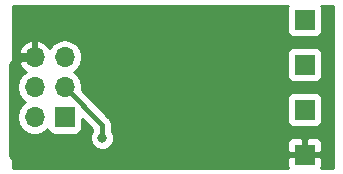
<source format=gbr>
G04 #@! TF.GenerationSoftware,KiCad,Pcbnew,5.0.1*
G04 #@! TF.CreationDate,2019-03-16T14:53:00+03:00*
G04 #@! TF.ProjectId,smartpoi,736D617274706F692E6B696361645F70,rev?*
G04 #@! TF.SameCoordinates,Original*
G04 #@! TF.FileFunction,Copper,L2,Bot,Signal*
G04 #@! TF.FilePolarity,Positive*
%FSLAX46Y46*%
G04 Gerber Fmt 4.6, Leading zero omitted, Abs format (unit mm)*
G04 Created by KiCad (PCBNEW 5.0.1) date Сб 16 мар 2019 14:53:00*
%MOMM*%
%LPD*%
G01*
G04 APERTURE LIST*
G04 #@! TA.AperFunction,ComponentPad*
%ADD10R,1.700000X1.700000*%
G04 #@! TD*
G04 #@! TA.AperFunction,ComponentPad*
%ADD11O,1.700000X1.700000*%
G04 #@! TD*
G04 #@! TA.AperFunction,ViaPad*
%ADD12C,0.800000*%
G04 #@! TD*
G04 #@! TA.AperFunction,Conductor*
%ADD13C,0.800000*%
G04 #@! TD*
G04 #@! TA.AperFunction,Conductor*
%ADD14C,0.400000*%
G04 #@! TD*
G04 #@! TA.AperFunction,Conductor*
%ADD15C,0.254000*%
G04 #@! TD*
G04 APERTURE END LIST*
D10*
G04 #@! TO.P,J5,1*
G04 #@! TO.N,GNDD*
X132080000Y-95250000D03*
G04 #@! TD*
G04 #@! TO.P,J6,1*
G04 #@! TO.N,/K_BLUE*
X132080000Y-83820000D03*
G04 #@! TD*
G04 #@! TO.P,J1,1*
G04 #@! TO.N,/MISO*
X111760000Y-92075000D03*
D11*
G04 #@! TO.P,J1,2*
G04 #@! TO.N,+3V8*
X109220000Y-92075000D03*
G04 #@! TO.P,J1,3*
G04 #@! TO.N,/SCK*
X111760000Y-89535000D03*
G04 #@! TO.P,J1,4*
G04 #@! TO.N,/MOSI*
X109220000Y-89535000D03*
G04 #@! TO.P,J1,5*
G04 #@! TO.N,/~RST*
X111760000Y-86995000D03*
G04 #@! TO.P,J1,6*
G04 #@! TO.N,GNDD*
X109220000Y-86995000D03*
G04 #@! TD*
D10*
G04 #@! TO.P,J2,1*
G04 #@! TO.N,/K_RED*
X132080000Y-91440000D03*
G04 #@! TD*
G04 #@! TO.P,J3,1*
G04 #@! TO.N,/K_GREEN*
X132080000Y-87630000D03*
G04 #@! TD*
D12*
G04 #@! TO.N,GNDD*
X113665000Y-95885000D03*
G04 #@! TO.N,/SCK*
X114935000Y-93814990D03*
G04 #@! TD*
D13*
G04 #@! TO.N,GNDD*
X108017919Y-86995000D02*
X107382919Y-87630000D01*
X109220000Y-86995000D02*
X108017919Y-86995000D01*
X107382919Y-87630000D02*
X107382919Y-95317919D01*
X107382919Y-95317919D02*
X107950000Y-95885000D01*
X107950000Y-95885000D02*
X113665000Y-95885000D01*
D14*
G04 #@! TO.N,/SCK*
X111760000Y-89535000D02*
X114935000Y-92710000D01*
X114935000Y-92710000D02*
X114935000Y-93249305D01*
X114935000Y-93249305D02*
X114935000Y-93814990D01*
G04 #@! TD*
D15*
G04 #@! TO.N,GNDD*
G36*
X130631843Y-82722235D02*
X130582560Y-82970000D01*
X130582560Y-84670000D01*
X130631843Y-84917765D01*
X130772191Y-85127809D01*
X130982235Y-85268157D01*
X131230000Y-85317440D01*
X132930000Y-85317440D01*
X133177765Y-85268157D01*
X133387809Y-85127809D01*
X133528157Y-84917765D01*
X133577440Y-84670000D01*
X133577440Y-82970000D01*
X133528157Y-82722235D01*
X133479891Y-82650000D01*
X134520001Y-82650000D01*
X134520000Y-96420000D01*
X133484770Y-96420000D01*
X133565000Y-96226309D01*
X133565000Y-95535750D01*
X133406250Y-95377000D01*
X132207000Y-95377000D01*
X132207000Y-95397000D01*
X131953000Y-95397000D01*
X131953000Y-95377000D01*
X130753750Y-95377000D01*
X130595000Y-95535750D01*
X130595000Y-96226309D01*
X130675230Y-96420000D01*
X107415000Y-96420000D01*
X107415000Y-89535000D01*
X107705908Y-89535000D01*
X107821161Y-90114418D01*
X108149375Y-90605625D01*
X108447761Y-90805000D01*
X108149375Y-91004375D01*
X107821161Y-91495582D01*
X107705908Y-92075000D01*
X107821161Y-92654418D01*
X108149375Y-93145625D01*
X108640582Y-93473839D01*
X109073744Y-93560000D01*
X109366256Y-93560000D01*
X109799418Y-93473839D01*
X110290625Y-93145625D01*
X110302816Y-93127381D01*
X110311843Y-93172765D01*
X110452191Y-93382809D01*
X110662235Y-93523157D01*
X110910000Y-93572440D01*
X112610000Y-93572440D01*
X112857765Y-93523157D01*
X113067809Y-93382809D01*
X113208157Y-93172765D01*
X113257440Y-92925000D01*
X113257440Y-92213308D01*
X114100000Y-93055868D01*
X114100000Y-93186279D01*
X114057569Y-93228710D01*
X113900000Y-93609116D01*
X113900000Y-94020864D01*
X114057569Y-94401270D01*
X114348720Y-94692421D01*
X114729126Y-94849990D01*
X115140874Y-94849990D01*
X115521280Y-94692421D01*
X115812431Y-94401270D01*
X115865275Y-94273691D01*
X130595000Y-94273691D01*
X130595000Y-94964250D01*
X130753750Y-95123000D01*
X131953000Y-95123000D01*
X131953000Y-93923750D01*
X132207000Y-93923750D01*
X132207000Y-95123000D01*
X133406250Y-95123000D01*
X133565000Y-94964250D01*
X133565000Y-94273691D01*
X133468327Y-94040302D01*
X133289699Y-93861673D01*
X133056310Y-93765000D01*
X132365750Y-93765000D01*
X132207000Y-93923750D01*
X131953000Y-93923750D01*
X131794250Y-93765000D01*
X131103690Y-93765000D01*
X130870301Y-93861673D01*
X130691673Y-94040302D01*
X130595000Y-94273691D01*
X115865275Y-94273691D01*
X115970000Y-94020864D01*
X115970000Y-93609116D01*
X115812431Y-93228710D01*
X115770000Y-93186279D01*
X115770000Y-92792232D01*
X115786357Y-92709999D01*
X115770000Y-92627764D01*
X115770000Y-92627763D01*
X115721552Y-92384199D01*
X115537001Y-92107999D01*
X115467283Y-92061415D01*
X113995868Y-90590000D01*
X130582560Y-90590000D01*
X130582560Y-92290000D01*
X130631843Y-92537765D01*
X130772191Y-92747809D01*
X130982235Y-92888157D01*
X131230000Y-92937440D01*
X132930000Y-92937440D01*
X133177765Y-92888157D01*
X133387809Y-92747809D01*
X133528157Y-92537765D01*
X133577440Y-92290000D01*
X133577440Y-90590000D01*
X133528157Y-90342235D01*
X133387809Y-90132191D01*
X133177765Y-89991843D01*
X132930000Y-89942560D01*
X131230000Y-89942560D01*
X130982235Y-89991843D01*
X130772191Y-90132191D01*
X130631843Y-90342235D01*
X130582560Y-90590000D01*
X113995868Y-90590000D01*
X113218807Y-89812939D01*
X113274092Y-89535000D01*
X113158839Y-88955582D01*
X112830625Y-88464375D01*
X112532239Y-88265000D01*
X112830625Y-88065625D01*
X113158839Y-87574418D01*
X113274092Y-86995000D01*
X113231326Y-86780000D01*
X130582560Y-86780000D01*
X130582560Y-88480000D01*
X130631843Y-88727765D01*
X130772191Y-88937809D01*
X130982235Y-89078157D01*
X131230000Y-89127440D01*
X132930000Y-89127440D01*
X133177765Y-89078157D01*
X133387809Y-88937809D01*
X133528157Y-88727765D01*
X133577440Y-88480000D01*
X133577440Y-86780000D01*
X133528157Y-86532235D01*
X133387809Y-86322191D01*
X133177765Y-86181843D01*
X132930000Y-86132560D01*
X131230000Y-86132560D01*
X130982235Y-86181843D01*
X130772191Y-86322191D01*
X130631843Y-86532235D01*
X130582560Y-86780000D01*
X113231326Y-86780000D01*
X113158839Y-86415582D01*
X112830625Y-85924375D01*
X112339418Y-85596161D01*
X111906256Y-85510000D01*
X111613744Y-85510000D01*
X111180582Y-85596161D01*
X110689375Y-85924375D01*
X110488647Y-86224786D01*
X110101358Y-85799817D01*
X109576892Y-85553514D01*
X109347000Y-85674181D01*
X109347000Y-86868000D01*
X109367000Y-86868000D01*
X109367000Y-87122000D01*
X109347000Y-87122000D01*
X109347000Y-87142000D01*
X109093000Y-87142000D01*
X109093000Y-87122000D01*
X107899845Y-87122000D01*
X107778524Y-87351890D01*
X107948355Y-87761924D01*
X108338642Y-88190183D01*
X108468478Y-88251157D01*
X108149375Y-88464375D01*
X107821161Y-88955582D01*
X107705908Y-89535000D01*
X107415000Y-89535000D01*
X107415000Y-86638110D01*
X107778524Y-86638110D01*
X107899845Y-86868000D01*
X109093000Y-86868000D01*
X109093000Y-85674181D01*
X108863108Y-85553514D01*
X108338642Y-85799817D01*
X107948355Y-86228076D01*
X107778524Y-86638110D01*
X107415000Y-86638110D01*
X107415000Y-82650000D01*
X130680109Y-82650000D01*
X130631843Y-82722235D01*
X130631843Y-82722235D01*
G37*
X130631843Y-82722235D02*
X130582560Y-82970000D01*
X130582560Y-84670000D01*
X130631843Y-84917765D01*
X130772191Y-85127809D01*
X130982235Y-85268157D01*
X131230000Y-85317440D01*
X132930000Y-85317440D01*
X133177765Y-85268157D01*
X133387809Y-85127809D01*
X133528157Y-84917765D01*
X133577440Y-84670000D01*
X133577440Y-82970000D01*
X133528157Y-82722235D01*
X133479891Y-82650000D01*
X134520001Y-82650000D01*
X134520000Y-96420000D01*
X133484770Y-96420000D01*
X133565000Y-96226309D01*
X133565000Y-95535750D01*
X133406250Y-95377000D01*
X132207000Y-95377000D01*
X132207000Y-95397000D01*
X131953000Y-95397000D01*
X131953000Y-95377000D01*
X130753750Y-95377000D01*
X130595000Y-95535750D01*
X130595000Y-96226309D01*
X130675230Y-96420000D01*
X107415000Y-96420000D01*
X107415000Y-89535000D01*
X107705908Y-89535000D01*
X107821161Y-90114418D01*
X108149375Y-90605625D01*
X108447761Y-90805000D01*
X108149375Y-91004375D01*
X107821161Y-91495582D01*
X107705908Y-92075000D01*
X107821161Y-92654418D01*
X108149375Y-93145625D01*
X108640582Y-93473839D01*
X109073744Y-93560000D01*
X109366256Y-93560000D01*
X109799418Y-93473839D01*
X110290625Y-93145625D01*
X110302816Y-93127381D01*
X110311843Y-93172765D01*
X110452191Y-93382809D01*
X110662235Y-93523157D01*
X110910000Y-93572440D01*
X112610000Y-93572440D01*
X112857765Y-93523157D01*
X113067809Y-93382809D01*
X113208157Y-93172765D01*
X113257440Y-92925000D01*
X113257440Y-92213308D01*
X114100000Y-93055868D01*
X114100000Y-93186279D01*
X114057569Y-93228710D01*
X113900000Y-93609116D01*
X113900000Y-94020864D01*
X114057569Y-94401270D01*
X114348720Y-94692421D01*
X114729126Y-94849990D01*
X115140874Y-94849990D01*
X115521280Y-94692421D01*
X115812431Y-94401270D01*
X115865275Y-94273691D01*
X130595000Y-94273691D01*
X130595000Y-94964250D01*
X130753750Y-95123000D01*
X131953000Y-95123000D01*
X131953000Y-93923750D01*
X132207000Y-93923750D01*
X132207000Y-95123000D01*
X133406250Y-95123000D01*
X133565000Y-94964250D01*
X133565000Y-94273691D01*
X133468327Y-94040302D01*
X133289699Y-93861673D01*
X133056310Y-93765000D01*
X132365750Y-93765000D01*
X132207000Y-93923750D01*
X131953000Y-93923750D01*
X131794250Y-93765000D01*
X131103690Y-93765000D01*
X130870301Y-93861673D01*
X130691673Y-94040302D01*
X130595000Y-94273691D01*
X115865275Y-94273691D01*
X115970000Y-94020864D01*
X115970000Y-93609116D01*
X115812431Y-93228710D01*
X115770000Y-93186279D01*
X115770000Y-92792232D01*
X115786357Y-92709999D01*
X115770000Y-92627764D01*
X115770000Y-92627763D01*
X115721552Y-92384199D01*
X115537001Y-92107999D01*
X115467283Y-92061415D01*
X113995868Y-90590000D01*
X130582560Y-90590000D01*
X130582560Y-92290000D01*
X130631843Y-92537765D01*
X130772191Y-92747809D01*
X130982235Y-92888157D01*
X131230000Y-92937440D01*
X132930000Y-92937440D01*
X133177765Y-92888157D01*
X133387809Y-92747809D01*
X133528157Y-92537765D01*
X133577440Y-92290000D01*
X133577440Y-90590000D01*
X133528157Y-90342235D01*
X133387809Y-90132191D01*
X133177765Y-89991843D01*
X132930000Y-89942560D01*
X131230000Y-89942560D01*
X130982235Y-89991843D01*
X130772191Y-90132191D01*
X130631843Y-90342235D01*
X130582560Y-90590000D01*
X113995868Y-90590000D01*
X113218807Y-89812939D01*
X113274092Y-89535000D01*
X113158839Y-88955582D01*
X112830625Y-88464375D01*
X112532239Y-88265000D01*
X112830625Y-88065625D01*
X113158839Y-87574418D01*
X113274092Y-86995000D01*
X113231326Y-86780000D01*
X130582560Y-86780000D01*
X130582560Y-88480000D01*
X130631843Y-88727765D01*
X130772191Y-88937809D01*
X130982235Y-89078157D01*
X131230000Y-89127440D01*
X132930000Y-89127440D01*
X133177765Y-89078157D01*
X133387809Y-88937809D01*
X133528157Y-88727765D01*
X133577440Y-88480000D01*
X133577440Y-86780000D01*
X133528157Y-86532235D01*
X133387809Y-86322191D01*
X133177765Y-86181843D01*
X132930000Y-86132560D01*
X131230000Y-86132560D01*
X130982235Y-86181843D01*
X130772191Y-86322191D01*
X130631843Y-86532235D01*
X130582560Y-86780000D01*
X113231326Y-86780000D01*
X113158839Y-86415582D01*
X112830625Y-85924375D01*
X112339418Y-85596161D01*
X111906256Y-85510000D01*
X111613744Y-85510000D01*
X111180582Y-85596161D01*
X110689375Y-85924375D01*
X110488647Y-86224786D01*
X110101358Y-85799817D01*
X109576892Y-85553514D01*
X109347000Y-85674181D01*
X109347000Y-86868000D01*
X109367000Y-86868000D01*
X109367000Y-87122000D01*
X109347000Y-87122000D01*
X109347000Y-87142000D01*
X109093000Y-87142000D01*
X109093000Y-87122000D01*
X107899845Y-87122000D01*
X107778524Y-87351890D01*
X107948355Y-87761924D01*
X108338642Y-88190183D01*
X108468478Y-88251157D01*
X108149375Y-88464375D01*
X107821161Y-88955582D01*
X107705908Y-89535000D01*
X107415000Y-89535000D01*
X107415000Y-86638110D01*
X107778524Y-86638110D01*
X107899845Y-86868000D01*
X109093000Y-86868000D01*
X109093000Y-85674181D01*
X108863108Y-85553514D01*
X108338642Y-85799817D01*
X107948355Y-86228076D01*
X107778524Y-86638110D01*
X107415000Y-86638110D01*
X107415000Y-82650000D01*
X130680109Y-82650000D01*
X130631843Y-82722235D01*
G04 #@! TD*
M02*

</source>
